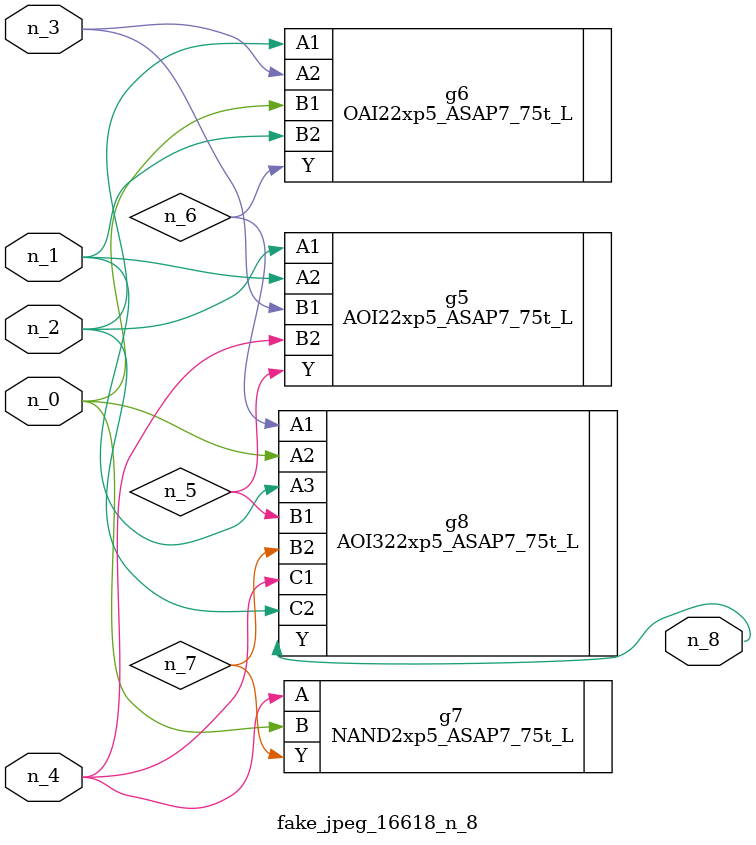
<source format=v>
module fake_jpeg_16618_n_8 (n_3, n_2, n_1, n_0, n_4, n_8);

input n_3;
input n_2;
input n_1;
input n_0;
input n_4;

output n_8;

wire n_6;
wire n_5;
wire n_7;

AOI22xp5_ASAP7_75t_L g5 ( 
.A1(n_2),
.A2(n_1),
.B1(n_3),
.B2(n_4),
.Y(n_5)
);

OAI22xp5_ASAP7_75t_L g6 ( 
.A1(n_2),
.A2(n_3),
.B1(n_0),
.B2(n_1),
.Y(n_6)
);

NAND2xp5_ASAP7_75t_L g7 ( 
.A(n_4),
.B(n_0),
.Y(n_7)
);

AOI322xp5_ASAP7_75t_L g8 ( 
.A1(n_6),
.A2(n_0),
.A3(n_1),
.B1(n_5),
.B2(n_7),
.C1(n_4),
.C2(n_2),
.Y(n_8)
);


endmodule
</source>
